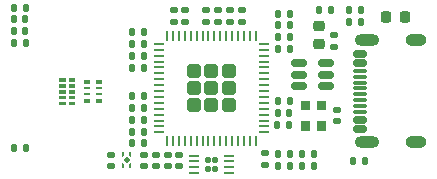
<source format=gbr>
%TF.GenerationSoftware,KiCad,Pcbnew,9.0.6*%
%TF.CreationDate,2025-12-28T22:43:58+01:00*%
%TF.ProjectId,Programmer_Board,50726f67-7261-46d6-9d65-725f426f6172,1.0*%
%TF.SameCoordinates,Original*%
%TF.FileFunction,Paste,Top*%
%TF.FilePolarity,Positive*%
%FSLAX46Y46*%
G04 Gerber Fmt 4.6, Leading zero omitted, Abs format (unit mm)*
G04 Created by KiCad (PCBNEW 9.0.6) date 2025-12-28 22:43:58*
%MOMM*%
%LPD*%
G01*
G04 APERTURE LIST*
G04 Aperture macros list*
%AMRoundRect*
0 Rectangle with rounded corners*
0 $1 Rounding radius*
0 $2 $3 $4 $5 $6 $7 $8 $9 X,Y pos of 4 corners*
0 Add a 4 corners polygon primitive as box body*
4,1,4,$2,$3,$4,$5,$6,$7,$8,$9,$2,$3,0*
0 Add four circle primitives for the rounded corners*
1,1,$1+$1,$2,$3*
1,1,$1+$1,$4,$5*
1,1,$1+$1,$6,$7*
1,1,$1+$1,$8,$9*
0 Add four rect primitives between the rounded corners*
20,1,$1+$1,$2,$3,$4,$5,0*
20,1,$1+$1,$4,$5,$6,$7,0*
20,1,$1+$1,$6,$7,$8,$9,0*
20,1,$1+$1,$8,$9,$2,$3,0*%
%AMFreePoly0*
4,1,6,0.180000,0.075000,0.000000,-0.105000,-0.220000,-0.105000,-0.220000,0.105000,0.180000,0.105000,0.180000,0.075000,0.180000,0.075000,$1*%
%AMFreePoly1*
4,1,6,0.180000,-0.075000,0.180000,-0.105000,-0.220000,-0.105000,-0.220000,0.105000,0.000000,0.105000,0.180000,-0.075000,0.180000,-0.075000,$1*%
%AMFreePoly2*
4,1,6,0.220000,-0.105000,0.000000,-0.105000,-0.180000,0.075000,-0.180000,0.105000,0.220000,0.105000,0.220000,-0.105000,0.220000,-0.105000,$1*%
%AMFreePoly3*
4,1,6,0.220000,-0.105000,-0.180000,-0.105000,-0.180000,-0.075000,0.000000,0.105000,0.220000,0.105000,0.220000,-0.105000,0.220000,-0.105000,$1*%
G04 Aperture macros list end*
%ADD10C,0.010000*%
%ADD11RoundRect,0.140000X0.140000X0.170000X-0.140000X0.170000X-0.140000X-0.170000X0.140000X-0.170000X0*%
%ADD12RoundRect,0.135000X0.135000X0.185000X-0.135000X0.185000X-0.135000X-0.185000X0.135000X-0.185000X0*%
%ADD13RoundRect,0.135000X-0.135000X-0.185000X0.135000X-0.185000X0.135000X0.185000X-0.135000X0.185000X0*%
%ADD14RoundRect,0.250000X0.335000X0.335000X-0.335000X0.335000X-0.335000X-0.335000X0.335000X-0.335000X0*%
%ADD15RoundRect,0.062500X0.337500X0.062500X-0.337500X0.062500X-0.337500X-0.062500X0.337500X-0.062500X0*%
%ADD16RoundRect,0.062500X0.062500X0.337500X-0.062500X0.337500X-0.062500X-0.337500X0.062500X-0.337500X0*%
%ADD17RoundRect,0.135000X0.185000X-0.135000X0.185000X0.135000X-0.185000X0.135000X-0.185000X-0.135000X0*%
%ADD18RoundRect,0.147500X0.172500X-0.147500X0.172500X0.147500X-0.172500X0.147500X-0.172500X-0.147500X0*%
%ADD19RoundRect,0.147500X0.147500X0.172500X-0.147500X0.172500X-0.147500X-0.172500X0.147500X-0.172500X0*%
%ADD20RoundRect,0.140000X-0.170000X0.140000X-0.170000X-0.140000X0.170000X-0.140000X0.170000X0.140000X0*%
%ADD21FreePoly0,270.000000*%
%ADD22FreePoly1,270.000000*%
%ADD23FreePoly2,270.000000*%
%ADD24FreePoly3,270.000000*%
%ADD25RoundRect,0.112500X-0.159099X0.000000X0.000000X-0.159099X0.159099X0.000000X0.000000X0.159099X0*%
%ADD26RoundRect,0.140000X0.170000X-0.140000X0.170000X0.140000X-0.170000X0.140000X-0.170000X-0.140000X0*%
%ADD27RoundRect,0.130000X0.130000X0.150000X-0.130000X0.150000X-0.130000X-0.150000X0.130000X-0.150000X0*%
%ADD28RoundRect,0.062500X0.325000X0.062500X-0.325000X0.062500X-0.325000X-0.062500X0.325000X-0.062500X0*%
%ADD29R,0.550000X0.365000*%
%ADD30R,0.550000X0.250000*%
%ADD31RoundRect,0.218750X0.218750X0.256250X-0.218750X0.256250X-0.218750X-0.256250X0.218750X-0.256250X0*%
%ADD32RoundRect,0.150000X0.512500X0.150000X-0.512500X0.150000X-0.512500X-0.150000X0.512500X-0.150000X0*%
%ADD33RoundRect,0.225000X0.250000X-0.225000X0.250000X0.225000X-0.250000X0.225000X-0.250000X-0.225000X0*%
%ADD34RoundRect,0.147500X-0.147500X-0.172500X0.147500X-0.172500X0.147500X0.172500X-0.147500X0.172500X0*%
%ADD35RoundRect,0.150000X0.425000X-0.150000X0.425000X0.150000X-0.425000X0.150000X-0.425000X-0.150000X0*%
%ADD36RoundRect,0.075000X0.500000X-0.075000X0.500000X0.075000X-0.500000X0.075000X-0.500000X-0.075000X0*%
%ADD37O,2.100000X1.000000*%
%ADD38O,1.800000X1.000000*%
G04 APERTURE END LIST*
%TO.C,Y201*%
D10*
X166370000Y-105420000D02*
X167070000Y-105420000D01*
X167070000Y-104670000D01*
X166370000Y-104670000D01*
X166370000Y-105420000D01*
G36*
X166370000Y-105420000D02*
G01*
X167070000Y-105420000D01*
X167070000Y-104670000D01*
X166370000Y-104670000D01*
X166370000Y-105420000D01*
G37*
X166370000Y-107170000D02*
X167070000Y-107170000D01*
X167070000Y-106420000D01*
X166370000Y-106420000D01*
X166370000Y-107170000D01*
G36*
X166370000Y-107170000D02*
G01*
X167070000Y-107170000D01*
X167070000Y-106420000D01*
X166370000Y-106420000D01*
X166370000Y-107170000D01*
G37*
X167770000Y-105420000D02*
X168470000Y-105420000D01*
X168470000Y-104670000D01*
X167770000Y-104670000D01*
X167770000Y-105420000D01*
G36*
X167770000Y-105420000D02*
G01*
X168470000Y-105420000D01*
X168470000Y-104670000D01*
X167770000Y-104670000D01*
X167770000Y-105420000D01*
G37*
X167770000Y-107170000D02*
X168470000Y-107170000D01*
X168470000Y-106420000D01*
X167770000Y-106420000D01*
X167770000Y-107170000D01*
G36*
X167770000Y-107170000D02*
G01*
X168470000Y-107170000D01*
X168470000Y-106420000D01*
X167770000Y-106420000D01*
X167770000Y-107170000D01*
G37*
%TO.C,U1*%
X146410000Y-102990000D02*
X145960000Y-102990000D01*
X145960000Y-102790000D01*
X146410000Y-102790000D01*
X146410000Y-102990000D01*
G36*
X146410000Y-102990000D02*
G01*
X145960000Y-102990000D01*
X145960000Y-102790000D01*
X146410000Y-102790000D01*
X146410000Y-102990000D01*
G37*
X146410000Y-103490000D02*
X145960000Y-103490000D01*
X145960000Y-103290000D01*
X146410000Y-103290000D01*
X146410000Y-103490000D01*
G36*
X146410000Y-103490000D02*
G01*
X145960000Y-103490000D01*
X145960000Y-103290000D01*
X146410000Y-103290000D01*
X146410000Y-103490000D01*
G37*
X146410000Y-103990000D02*
X145960000Y-103990000D01*
X145960000Y-103790000D01*
X146410000Y-103790000D01*
X146410000Y-103990000D01*
G36*
X146410000Y-103990000D02*
G01*
X145960000Y-103990000D01*
X145960000Y-103790000D01*
X146410000Y-103790000D01*
X146410000Y-103990000D01*
G37*
X146410000Y-104490000D02*
X145960000Y-104490000D01*
X145960000Y-104290000D01*
X146410000Y-104290000D01*
X146410000Y-104490000D01*
G36*
X146410000Y-104490000D02*
G01*
X145960000Y-104490000D01*
X145960000Y-104290000D01*
X146410000Y-104290000D01*
X146410000Y-104490000D01*
G37*
X146410000Y-104990000D02*
X145960000Y-104990000D01*
X145960000Y-104790000D01*
X146410000Y-104790000D01*
X146410000Y-104990000D01*
G36*
X146410000Y-104990000D02*
G01*
X145960000Y-104990000D01*
X145960000Y-104790000D01*
X146410000Y-104790000D01*
X146410000Y-104990000D01*
G37*
X147185000Y-102990000D02*
X146735000Y-102990000D01*
X146735000Y-102790000D01*
X147185000Y-102790000D01*
X147185000Y-102990000D01*
G36*
X147185000Y-102990000D02*
G01*
X146735000Y-102990000D01*
X146735000Y-102790000D01*
X147185000Y-102790000D01*
X147185000Y-102990000D01*
G37*
X147185000Y-103490000D02*
X146735000Y-103490000D01*
X146735000Y-103290000D01*
X147185000Y-103290000D01*
X147185000Y-103490000D01*
G36*
X147185000Y-103490000D02*
G01*
X146735000Y-103490000D01*
X146735000Y-103290000D01*
X147185000Y-103290000D01*
X147185000Y-103490000D01*
G37*
X147185000Y-103990000D02*
X146735000Y-103990000D01*
X146735000Y-103790000D01*
X147185000Y-103790000D01*
X147185000Y-103990000D01*
G36*
X147185000Y-103990000D02*
G01*
X146735000Y-103990000D01*
X146735000Y-103790000D01*
X147185000Y-103790000D01*
X147185000Y-103990000D01*
G37*
X147185000Y-104490000D02*
X146735000Y-104490000D01*
X146735000Y-104290000D01*
X147185000Y-104290000D01*
X147185000Y-104490000D01*
G36*
X147185000Y-104490000D02*
G01*
X146735000Y-104490000D01*
X146735000Y-104290000D01*
X147185000Y-104290000D01*
X147185000Y-104490000D01*
G37*
X147185000Y-104990000D02*
X146735000Y-104990000D01*
X146735000Y-104790000D01*
X147185000Y-104790000D01*
X147185000Y-104990000D01*
G36*
X147185000Y-104990000D02*
G01*
X146735000Y-104990000D01*
X146735000Y-104790000D01*
X147185000Y-104790000D01*
X147185000Y-104990000D01*
G37*
%TD*%
D11*
%TO.C,C203*%
X153100000Y-99900000D03*
X152140000Y-99900000D03*
%TD*%
D12*
%TO.C,R202*%
X165500000Y-109200000D03*
X164480000Y-109200000D03*
%TD*%
D13*
%TO.C,R201*%
X164410000Y-106700000D03*
X165430000Y-106700000D03*
%TD*%
D11*
%TO.C,C208*%
X153100000Y-104300000D03*
X152140000Y-104300000D03*
%TD*%
D12*
%TO.C,R203*%
X167510000Y-110200000D03*
X166490000Y-110200000D03*
%TD*%
D14*
%TO.C,U201*%
X160270000Y-105060000D03*
X160270000Y-103610000D03*
X160270000Y-102160000D03*
X158820000Y-105060000D03*
X158820000Y-103610000D03*
X158820000Y-102160000D03*
X157370000Y-105060000D03*
X157370000Y-103610000D03*
X157370000Y-102160000D03*
D15*
X163270000Y-107360000D03*
X163270000Y-106860000D03*
X163270000Y-106360000D03*
X163270000Y-105860000D03*
X163270000Y-105360000D03*
X163270000Y-104860000D03*
X163270000Y-104360000D03*
X163270000Y-103860000D03*
X163270000Y-103360000D03*
X163270000Y-102860000D03*
X163270000Y-102360000D03*
X163270000Y-101860000D03*
X163270000Y-101360000D03*
X163270000Y-100860000D03*
X163270000Y-100360000D03*
X163270000Y-99860000D03*
D16*
X162570000Y-99160000D03*
X162070000Y-99160000D03*
X161570000Y-99160000D03*
X161070000Y-99160000D03*
X160570000Y-99160000D03*
X160070000Y-99160000D03*
X159570000Y-99160000D03*
X159070000Y-99160000D03*
X158570000Y-99160000D03*
X158070000Y-99160000D03*
X157570000Y-99160000D03*
X157070000Y-99160000D03*
X156570000Y-99160000D03*
X156070000Y-99160000D03*
X155570000Y-99160000D03*
X155070000Y-99160000D03*
D15*
X154370000Y-99860000D03*
X154370000Y-100360000D03*
X154370000Y-100860000D03*
X154370000Y-101360000D03*
X154370000Y-101860000D03*
X154370000Y-102360000D03*
X154370000Y-102860000D03*
X154370000Y-103360000D03*
X154370000Y-103860000D03*
X154370000Y-104360000D03*
X154370000Y-104860000D03*
X154370000Y-105360000D03*
X154370000Y-105860000D03*
X154370000Y-106360000D03*
X154370000Y-106860000D03*
X154370000Y-107360000D03*
D16*
X155070000Y-108060000D03*
X155570000Y-108060000D03*
X156070000Y-108060000D03*
X156570000Y-108060000D03*
X157070000Y-108060000D03*
X157570000Y-108060000D03*
X158070000Y-108060000D03*
X158570000Y-108060000D03*
X159070000Y-108060000D03*
X159570000Y-108060000D03*
X160070000Y-108060000D03*
X160570000Y-108060000D03*
X161070000Y-108060000D03*
X161570000Y-108060000D03*
X162070000Y-108060000D03*
X162570000Y-108060000D03*
%TD*%
D17*
%TO.C,R212*%
X159400000Y-98020000D03*
X159400000Y-97000000D03*
%TD*%
%TO.C,R213*%
X158400000Y-98020000D03*
X158400000Y-97000000D03*
%TD*%
D18*
%TO.C,D104*%
X169200000Y-100100000D03*
X169200000Y-99130000D03*
%TD*%
D19*
%TO.C,D101*%
X143085000Y-108700000D03*
X142115000Y-108700000D03*
%TD*%
D12*
%TO.C,R204*%
X167500000Y-109200000D03*
X166480000Y-109200000D03*
%TD*%
D11*
%TO.C,C215*%
X153100000Y-101900000D03*
X152140000Y-101900000D03*
%TD*%
D20*
%TO.C,C213*%
X155120000Y-109240000D03*
X155120000Y-110200000D03*
%TD*%
D13*
%TO.C,R103*%
X142100000Y-96800000D03*
X143120000Y-96800000D03*
%TD*%
D11*
%TO.C,C202*%
X153100000Y-105300000D03*
X152140000Y-105300000D03*
%TD*%
D13*
%TO.C,R105*%
X170490000Y-97000000D03*
X171510000Y-97000000D03*
%TD*%
%TO.C,R104*%
X170790000Y-109800000D03*
X171810000Y-109800000D03*
%TD*%
D21*
%TO.C,U102*%
X151960000Y-109300000D03*
D22*
X151310000Y-109300000D03*
D23*
X151960000Y-110160000D03*
D24*
X151310000Y-110160000D03*
D25*
X151635000Y-109730000D03*
%TD*%
D26*
%TO.C,C102*%
X150360000Y-110230000D03*
X150360000Y-109270000D03*
%TD*%
D27*
%TO.C,U202*%
X159145000Y-110420000D03*
X159145000Y-109720000D03*
X158495000Y-110420000D03*
X158495000Y-109720000D03*
D28*
X160282500Y-110820000D03*
X160282500Y-110320000D03*
X160282500Y-109820000D03*
X160282500Y-109320000D03*
X157357500Y-109320000D03*
X157357500Y-109820000D03*
X157357500Y-110320000D03*
X157357500Y-110820000D03*
%TD*%
D29*
%TO.C,R101*%
X149300000Y-104697000D03*
D30*
X149300000Y-104140000D03*
X149300000Y-103640000D03*
D29*
X149300000Y-103083000D03*
X148250000Y-103083000D03*
D30*
X148250000Y-103640000D03*
X148250000Y-104140000D03*
D29*
X148250000Y-104697000D03*
%TD*%
D20*
%TO.C,C211*%
X153120000Y-109240000D03*
X153120000Y-110200000D03*
%TD*%
D26*
%TO.C,C205*%
X169420000Y-106400000D03*
X169420000Y-105440000D03*
%TD*%
D20*
%TO.C,C12*%
X154120000Y-109240000D03*
X154120000Y-110200000D03*
%TD*%
D11*
%TO.C,C103*%
X153100000Y-108300000D03*
X152140000Y-108300000D03*
%TD*%
D13*
%TO.C,R208*%
X164490000Y-99300000D03*
X165510000Y-99300000D03*
%TD*%
D11*
%TO.C,C204*%
X153100000Y-100900000D03*
X152140000Y-100900000D03*
%TD*%
D31*
%TO.C,D105*%
X175187500Y-97600000D03*
X173612500Y-97600000D03*
%TD*%
D12*
%TO.C,R106*%
X168910000Y-97000000D03*
X167890000Y-97000000D03*
%TD*%
D26*
%TO.C,C207*%
X156620000Y-98000000D03*
X156620000Y-97040000D03*
%TD*%
D32*
%TO.C,U103*%
X168520000Y-103420000D03*
X168520000Y-102470000D03*
X168520000Y-101520000D03*
X166245000Y-101520000D03*
X166245000Y-102470000D03*
X166245000Y-103420000D03*
%TD*%
D26*
%TO.C,C216*%
X156120000Y-110200000D03*
X156120000Y-109240000D03*
%TD*%
D12*
%TO.C,R207*%
X165460000Y-104700000D03*
X164440000Y-104700000D03*
%TD*%
D33*
%TO.C,C101*%
X167900000Y-99875000D03*
X167900000Y-98325000D03*
%TD*%
D13*
%TO.C,R210*%
X164490000Y-97300000D03*
X165510000Y-97300000D03*
%TD*%
D34*
%TO.C,FB202*%
X152135000Y-98900000D03*
X153105000Y-98900000D03*
%TD*%
D26*
%TO.C,C214*%
X163400000Y-110100000D03*
X163400000Y-109140000D03*
%TD*%
%TO.C,C210*%
X161400000Y-97990000D03*
X161400000Y-97030000D03*
%TD*%
D13*
%TO.C,R102*%
X142090000Y-99800000D03*
X143110000Y-99800000D03*
%TD*%
%TO.C,R205*%
X164490000Y-110200000D03*
X165510000Y-110200000D03*
%TD*%
D34*
%TO.C,FB201*%
X152135000Y-107300000D03*
X153105000Y-107300000D03*
%TD*%
D11*
%TO.C,C206*%
X165420000Y-105700000D03*
X164460000Y-105700000D03*
%TD*%
D12*
%TO.C,R206*%
X165510000Y-100300000D03*
X164490000Y-100300000D03*
%TD*%
D34*
%TO.C,D103*%
X142100000Y-98800000D03*
X143070000Y-98800000D03*
%TD*%
D35*
%TO.C,J103*%
X171410000Y-107090000D03*
X171410000Y-106290000D03*
D36*
X171410000Y-105140000D03*
X171410000Y-104140000D03*
X171410000Y-103640000D03*
X171410000Y-102640000D03*
D35*
X171410000Y-101490000D03*
X171410000Y-100690000D03*
X171410000Y-100690000D03*
X171410000Y-101490000D03*
D36*
X171410000Y-102140000D03*
X171410000Y-103140000D03*
X171410000Y-104640000D03*
X171410000Y-105640000D03*
D35*
X171410000Y-106290000D03*
X171410000Y-107090000D03*
D37*
X171985000Y-108210000D03*
D38*
X176165000Y-108210000D03*
D37*
X171985000Y-99570000D03*
D38*
X176165000Y-99570000D03*
%TD*%
D13*
%TO.C,R209*%
X164490000Y-98300000D03*
X165510000Y-98300000D03*
%TD*%
D11*
%TO.C,C201*%
X153100000Y-106300000D03*
X152140000Y-106300000D03*
%TD*%
D26*
%TO.C,C209*%
X155620000Y-98000000D03*
X155620000Y-97040000D03*
%TD*%
D12*
%TO.C,R107*%
X171510000Y-98000000D03*
X170490000Y-98000000D03*
%TD*%
D34*
%TO.C,D102*%
X142100000Y-97800000D03*
X143070000Y-97800000D03*
%TD*%
D17*
%TO.C,R211*%
X160400000Y-98020000D03*
X160400000Y-97000000D03*
%TD*%
M02*

</source>
